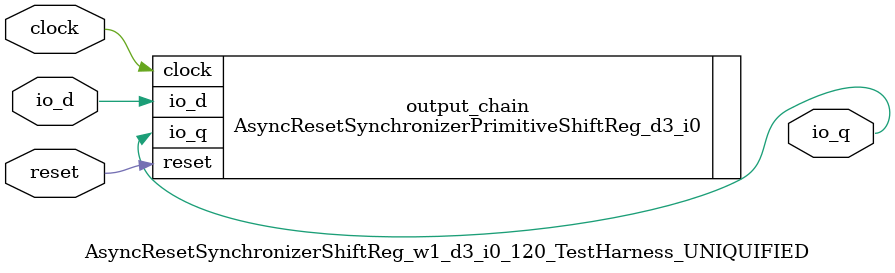
<source format=sv>
`ifndef RANDOMIZE
  `ifdef RANDOMIZE_MEM_INIT
    `define RANDOMIZE
  `endif // RANDOMIZE_MEM_INIT
`endif // not def RANDOMIZE
`ifndef RANDOMIZE
  `ifdef RANDOMIZE_REG_INIT
    `define RANDOMIZE
  `endif // RANDOMIZE_REG_INIT
`endif // not def RANDOMIZE

`ifndef RANDOM
  `define RANDOM $random
`endif // not def RANDOM

// Users can define INIT_RANDOM as general code that gets injected into the
// initializer block for modules with registers.
`ifndef INIT_RANDOM
  `define INIT_RANDOM
`endif // not def INIT_RANDOM

// If using random initialization, you can also define RANDOMIZE_DELAY to
// customize the delay used, otherwise 0.002 is used.
`ifndef RANDOMIZE_DELAY
  `define RANDOMIZE_DELAY 0.002
`endif // not def RANDOMIZE_DELAY

// Define INIT_RANDOM_PROLOG_ for use in our modules below.
`ifndef INIT_RANDOM_PROLOG_
  `ifdef RANDOMIZE
    `ifdef VERILATOR
      `define INIT_RANDOM_PROLOG_ `INIT_RANDOM
    `else  // VERILATOR
      `define INIT_RANDOM_PROLOG_ `INIT_RANDOM #`RANDOMIZE_DELAY begin end
    `endif // VERILATOR
  `else  // RANDOMIZE
    `define INIT_RANDOM_PROLOG_
  `endif // RANDOMIZE
`endif // not def INIT_RANDOM_PROLOG_

// Include register initializers in init blocks unless synthesis is set
`ifndef SYNTHESIS
  `ifndef ENABLE_INITIAL_REG_
    `define ENABLE_INITIAL_REG_
  `endif // not def ENABLE_INITIAL_REG_
`endif // not def SYNTHESIS

// Include rmemory initializers in init blocks unless synthesis is set
`ifndef SYNTHESIS
  `ifndef ENABLE_INITIAL_MEM_
    `define ENABLE_INITIAL_MEM_
  `endif // not def ENABLE_INITIAL_MEM_
`endif // not def SYNTHESIS

// Standard header to adapt well known macros for prints and assertions.

// Users can define 'PRINTF_COND' to add an extra gate to prints.
`ifndef PRINTF_COND_
  `ifdef PRINTF_COND
    `define PRINTF_COND_ (`PRINTF_COND)
  `else  // PRINTF_COND
    `define PRINTF_COND_ 1
  `endif // PRINTF_COND
`endif // not def PRINTF_COND_

// Users can define 'ASSERT_VERBOSE_COND' to add an extra gate to assert error printing.
`ifndef ASSERT_VERBOSE_COND_
  `ifdef ASSERT_VERBOSE_COND
    `define ASSERT_VERBOSE_COND_ (`ASSERT_VERBOSE_COND)
  `else  // ASSERT_VERBOSE_COND
    `define ASSERT_VERBOSE_COND_ 1
  `endif // ASSERT_VERBOSE_COND
`endif // not def ASSERT_VERBOSE_COND_

// Users can define 'STOP_COND' to add an extra gate to stop conditions.
`ifndef STOP_COND_
  `ifdef STOP_COND
    `define STOP_COND_ (`STOP_COND)
  `else  // STOP_COND
    `define STOP_COND_ 1
  `endif // STOP_COND
`endif // not def STOP_COND_

module AsyncResetSynchronizerShiftReg_w1_d3_i0_120_TestHarness_UNIQUIFIED(
  input  clock,
         reset,
         io_d,	// @[generators/rocket-chip/src/main/scala/util/ShiftReg.scala:36:14]
  output io_q	// @[generators/rocket-chip/src/main/scala/util/ShiftReg.scala:36:14]
);

  AsyncResetSynchronizerPrimitiveShiftReg_d3_i0 output_chain (	// @[generators/rocket-chip/src/main/scala/util/ShiftReg.scala:45:23]
    .clock (clock),
    .reset (reset),
    .io_d  (io_d),
    .io_q  (io_q)
  );
endmodule


</source>
